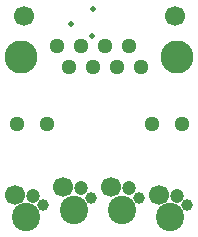
<source format=gbr>
G04 start of page 5 for group 3 idx 14 *
G04 Title: (unknown), exclude1 *
G04 Creator: pcb 4.2.0 *
G04 CreationDate: Sun Aug 30 21:45:36 2020 UTC *
G04 For: commonadmin *
G04 Format: Gerber/RS-274X *
G04 PCB-Dimensions (mil): 11000.00 7000.00 *
G04 PCB-Coordinate-Origin: lower left *
%MOIN*%
%FSLAX25Y25*%
%LNGROUP3*%
%ADD59C,0.0197*%
%ADD58C,0.0295*%
%ADD57C,0.0787*%
%ADD56C,0.0354*%
%ADD55C,0.0492*%
%ADD54C,0.0100*%
%ADD53C,0.0200*%
%ADD52C,0.0394*%
%ADD51C,0.0472*%
%ADD50C,0.0945*%
%ADD49C,0.0512*%
%ADD48C,0.1102*%
%ADD47C,0.0669*%
G54D47*X33925Y616480D03*
X20787Y673504D03*
G54D48*X20000Y660000D03*
G54D49*X31929Y663543D03*
X18425Y637520D03*
X28465D03*
X63504D03*
X73543D03*
G54D47*X71181Y673504D03*
G54D48*X71969Y660000D03*
G54D49*X47992Y663543D03*
X56024D03*
X39961D03*
X43976Y656457D03*
X35945D03*
X52008D03*
X60039D03*
G54D50*X69469Y606500D03*
G54D47*X65925Y613980D03*
G54D51*X71831Y613587D03*
G54D50*X53469Y609000D03*
G54D47*X49925Y616480D03*
G54D51*X55831Y616087D03*
G54D52*X59374Y612937D03*
X75374Y610437D03*
G54D50*X37469Y609000D03*
X21469Y606500D03*
G54D47*X17925Y613980D03*
G54D51*X23831Y613587D03*
G54D52*X27374Y610437D03*
G54D51*X39831Y616087D03*
G54D52*X43374Y612937D03*
G54D53*X43469Y667000D03*
X36469Y671000D03*
X43969Y676000D03*
G54D54*G54D55*G54D49*G54D50*G54D56*G54D49*G54D50*G54D56*G54D57*G54D55*G54D58*G54D57*G54D55*G54D58*G54D59*G54D57*G54D55*G54D58*G54D59*G54D58*G54D59*M02*

</source>
